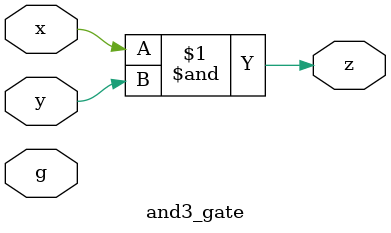
<source format=v>
module and3_gate(input x, input y, input g, output z);
    assign z = x & y;
endmodule
</source>
